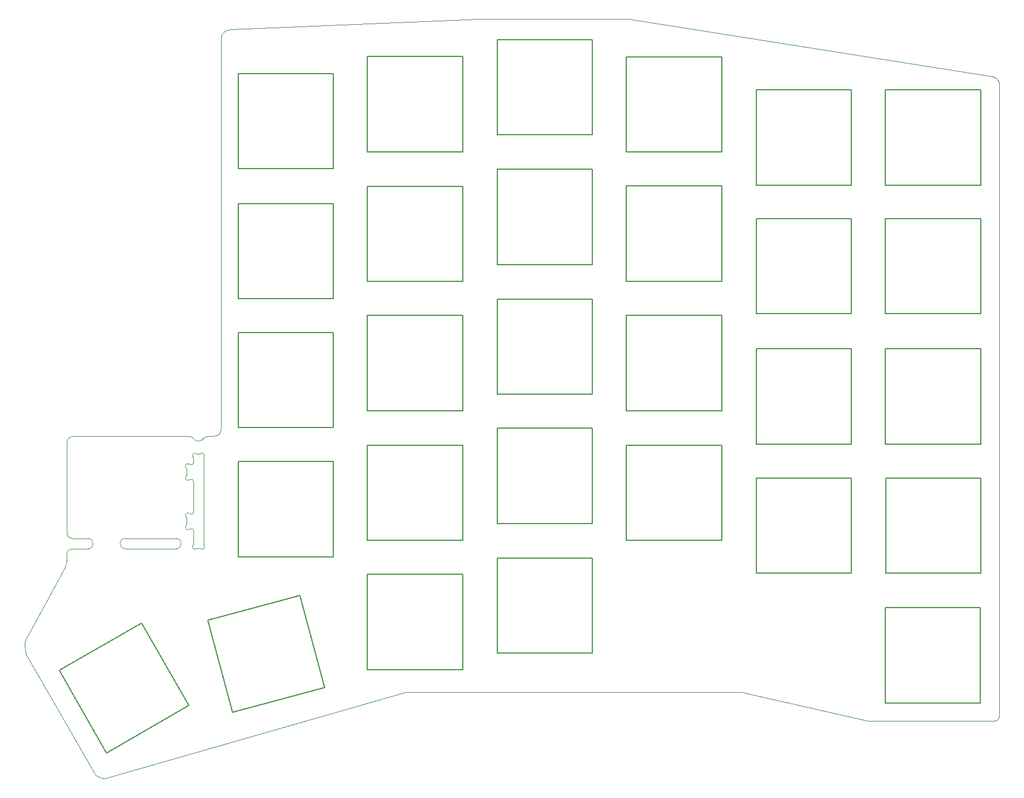
<source format=gm1>
G04 #@! TF.GenerationSoftware,KiCad,Pcbnew,(6.0.2-0)*
G04 #@! TF.CreationDate,2022-02-19T09:24:15+00:00*
G04 #@! TF.ProjectId,SofleKeyboardTopPlate,536f666c-654b-4657-9962-6f617264546f,rev?*
G04 #@! TF.SameCoordinates,Original*
G04 #@! TF.FileFunction,Profile,NP*
%FSLAX46Y46*%
G04 Gerber Fmt 4.6, Leading zero omitted, Abs format (unit mm)*
G04 Created by KiCad (PCBNEW (6.0.2-0)) date 2022-02-19 09:24:15*
%MOMM*%
%LPD*%
G01*
G04 APERTURE LIST*
G04 #@! TA.AperFunction,Profile*
%ADD10C,0.150000*%
G04 #@! TD*
G04 #@! TA.AperFunction,Profile*
%ADD11C,0.100000*%
G04 #@! TD*
G04 #@! TA.AperFunction,Profile*
%ADD12C,0.050000*%
G04 #@! TD*
G04 APERTURE END LIST*
D10*
X107267178Y-137407178D02*
X95142822Y-144407178D01*
X100267178Y-125282822D02*
X107267178Y-137407178D01*
X95142822Y-144407178D02*
X88142822Y-132282822D01*
X88142822Y-132282822D02*
X100267178Y-125282822D01*
D11*
X226278881Y-45442807D02*
X226365281Y-45623672D01*
X93545000Y-147645000D02*
X83295000Y-129845000D01*
X171945000Y-36445000D02*
X225470441Y-44890146D01*
X89270257Y-115845000D02*
X89195000Y-116495000D01*
X94345000Y-148095000D02*
X94895000Y-148195000D01*
X83145000Y-129345000D02*
X83095000Y-128745000D01*
X93895000Y-147945000D02*
X94345000Y-148095000D01*
X225672111Y-44941776D02*
X225856871Y-45026466D01*
X89195000Y-116495000D02*
X88995000Y-117095000D01*
X83095000Y-128745000D02*
X83095000Y-128345000D01*
X93545000Y-147645000D02*
X93895000Y-147945000D01*
X225470441Y-44890146D02*
X225672111Y-44941776D01*
X226419381Y-45819571D02*
X226438181Y-46026902D01*
X83195000Y-127845000D02*
X88995000Y-117095000D01*
X226365281Y-45623672D02*
X226419381Y-45819571D01*
X149995000Y-36445000D02*
X113395000Y-37900000D01*
X139149128Y-135445000D02*
X188495000Y-135445000D01*
X83295000Y-129845000D02*
X83145000Y-129345000D01*
X83095000Y-128345000D02*
X83195000Y-127845000D01*
X139149128Y-135445000D02*
X94895000Y-148195000D01*
X226021621Y-45140600D02*
X226163321Y-45280582D01*
X149995000Y-36445000D02*
X171945000Y-36445000D01*
X226163321Y-45280582D02*
X226278881Y-45442807D01*
X89275178Y-112000822D02*
X89300000Y-98800000D01*
X225856871Y-45026466D02*
X226021621Y-45140600D01*
X225865741Y-139704819D02*
X207105300Y-139704820D01*
X225865741Y-139704819D02*
G75*
G03*
X226439802Y-139135974I5080J568958D01*
G01*
X226438181Y-46026902D02*
X226439802Y-139135974D01*
D10*
X209686000Y-137049000D02*
X209686000Y-123049000D01*
X209686000Y-123049000D02*
X223686000Y-123049000D01*
X223686000Y-137049000D02*
X209686000Y-137049000D01*
D11*
X207105300Y-139704820D02*
X188495000Y-135445000D01*
D10*
X223686000Y-123049000D02*
X223686000Y-137049000D01*
X128495000Y-82545000D02*
X128495000Y-96545000D01*
X204695000Y-84945000D02*
X204695000Y-98945000D01*
X166595000Y-91635000D02*
X152595000Y-91635000D01*
X209695000Y-46845000D02*
X223695000Y-46845000D01*
X209745000Y-117945000D02*
X209745000Y-103945000D01*
X171595000Y-74985000D02*
X171595000Y-60985000D01*
X152595000Y-115735000D02*
X166595000Y-115735000D01*
X147495000Y-99145000D02*
X147495000Y-113145000D01*
D11*
X110204928Y-97800000D02*
G75*
G03*
X109411178Y-98108822I-12J-1174449D01*
G01*
D10*
X209695000Y-65745000D02*
X223695000Y-65745000D01*
D11*
X112095000Y-38700000D02*
X112295000Y-38400000D01*
D10*
X223745000Y-103945000D02*
X223745000Y-117945000D01*
X190695000Y-103945000D02*
X204695000Y-103945000D01*
D11*
X110995000Y-97800000D02*
G75*
G03*
X111995000Y-96800000I-3J1000003D01*
G01*
D10*
X127168214Y-134794747D02*
X113645253Y-138418214D01*
D11*
X90300000Y-97800000D02*
X107093428Y-97800000D01*
D10*
X185595000Y-60985000D02*
X185595000Y-74985000D01*
D11*
X97885928Y-112836822D02*
G75*
G03*
X97885928Y-114360822I0J-762000D01*
G01*
D10*
X133495000Y-118145000D02*
X147495000Y-118145000D01*
X223745000Y-117945000D02*
X209745000Y-117945000D01*
X147495000Y-132145000D02*
X133495000Y-132145000D01*
X123544747Y-121271786D02*
X127168214Y-134794747D01*
X185595000Y-99145000D02*
X185595000Y-113145000D01*
X147495000Y-41945000D02*
X147495000Y-55945000D01*
X190695000Y-117945000D02*
X190695000Y-103945000D01*
X152595000Y-39445000D02*
X166595000Y-39445000D01*
X114495000Y-115545000D02*
X114495000Y-101545000D01*
X171595000Y-80045000D02*
X185595000Y-80045000D01*
D11*
X92393178Y-114360822D02*
G75*
G03*
X92393178Y-112836822I0J762000D01*
G01*
D10*
X171595000Y-94045000D02*
X171595000Y-80045000D01*
X133495000Y-113145000D02*
X133495000Y-99145000D01*
X166595000Y-53445000D02*
X152595000Y-53445000D01*
X152595000Y-129735000D02*
X152595000Y-115735000D01*
D11*
X89270257Y-115845000D02*
X89267178Y-115202909D01*
D10*
X204695000Y-103945000D02*
X204695000Y-117945000D01*
D11*
X111995000Y-39045000D02*
X112095000Y-38700000D01*
D10*
X171595000Y-113145000D02*
X171595000Y-99145000D01*
D11*
X102807178Y-112836822D02*
X105347178Y-112836822D01*
D10*
X223695000Y-79745000D02*
X209695000Y-79745000D01*
X190695000Y-79745000D02*
X190695000Y-65745000D01*
X114495000Y-58445000D02*
X114495000Y-44445000D01*
X204695000Y-46845000D02*
X204695000Y-60845000D01*
X133495000Y-99145000D02*
X147495000Y-99145000D01*
X185595000Y-80045000D02*
X185595000Y-94045000D01*
D11*
X105347178Y-114360822D02*
G75*
G03*
X105347178Y-112836822I0J762000D01*
G01*
D10*
X133495000Y-75045000D02*
X133495000Y-61045000D01*
X204695000Y-98945000D02*
X190695000Y-98945000D01*
X110021786Y-124895253D02*
X123544747Y-121271786D01*
X171595000Y-60985000D02*
X185595000Y-60985000D01*
X166595000Y-96635000D02*
X166595000Y-110635000D01*
D11*
X107887178Y-98108822D02*
G75*
G03*
X107093428Y-97800000I-793762J-865688D01*
G01*
X107887178Y-98108822D02*
G75*
G03*
X109411178Y-98108822I762000J454851D01*
G01*
D10*
X128495000Y-77545000D02*
X114495000Y-77545000D01*
X128495000Y-115545000D02*
X114495000Y-115545000D01*
X185595000Y-113145000D02*
X171595000Y-113145000D01*
X223695000Y-84945000D02*
X223695000Y-98945000D01*
X209695000Y-98945000D02*
X209695000Y-84945000D01*
X166595000Y-129735000D02*
X152595000Y-129735000D01*
X223695000Y-65745000D02*
X223695000Y-79745000D01*
X223695000Y-98945000D02*
X209695000Y-98945000D01*
X133495000Y-80045000D02*
X147495000Y-80045000D01*
X147495000Y-61045000D02*
X147495000Y-75045000D01*
D11*
X90300000Y-97800000D02*
G75*
G03*
X89300000Y-98800000I3J-1000003D01*
G01*
D10*
X133495000Y-61045000D02*
X147495000Y-61045000D01*
X223695000Y-60845000D02*
X209695000Y-60845000D01*
D11*
X112295000Y-38400000D02*
X112495000Y-38200000D01*
D10*
X190695000Y-98945000D02*
X190695000Y-84945000D01*
X171595000Y-99145000D02*
X185595000Y-99145000D01*
X209695000Y-84945000D02*
X223695000Y-84945000D01*
X166595000Y-110635000D02*
X152595000Y-110635000D01*
X152595000Y-91635000D02*
X152595000Y-77635000D01*
X128495000Y-58445000D02*
X114495000Y-58445000D01*
D11*
X90107178Y-114360822D02*
G75*
G03*
X89267178Y-115202909I-1J-840002D01*
G01*
D10*
X147495000Y-75045000D02*
X133495000Y-75045000D01*
X128495000Y-101545000D02*
X128495000Y-115545000D01*
X147495000Y-118145000D02*
X147495000Y-132145000D01*
D11*
X105347178Y-114360822D02*
X102807178Y-114360822D01*
D10*
X152595000Y-77635000D02*
X166595000Y-77635000D01*
D11*
X112695000Y-38100000D02*
X112995000Y-38000000D01*
D10*
X190695000Y-65745000D02*
X204695000Y-65745000D01*
X171595000Y-41985000D02*
X185595000Y-41985000D01*
X128495000Y-96545000D02*
X114495000Y-96545000D01*
X152595000Y-110635000D02*
X152595000Y-96635000D01*
X166595000Y-77635000D02*
X166595000Y-91635000D01*
X128495000Y-63545000D02*
X128495000Y-77545000D01*
X133495000Y-41945000D02*
X147495000Y-41945000D01*
X147495000Y-94045000D02*
X133495000Y-94045000D01*
X114495000Y-101545000D02*
X128495000Y-101545000D01*
X152595000Y-96635000D02*
X166595000Y-96635000D01*
X152595000Y-53445000D02*
X152595000Y-39445000D01*
X147495000Y-55945000D02*
X133495000Y-55945000D01*
X204695000Y-60845000D02*
X190695000Y-60845000D01*
D11*
X102807178Y-114360822D02*
X97885928Y-114360822D01*
D10*
X128495000Y-44445000D02*
X128495000Y-58445000D01*
X133495000Y-94045000D02*
X133495000Y-80045000D01*
X113645253Y-138418214D02*
X110021786Y-124895253D01*
D11*
X92393178Y-114360822D02*
X90107178Y-114360822D01*
D10*
X147495000Y-80045000D02*
X147495000Y-94045000D01*
D11*
X111995000Y-96800000D02*
X111995000Y-39045000D01*
D10*
X114495000Y-44445000D02*
X128495000Y-44445000D01*
X190695000Y-60845000D02*
X190695000Y-46845000D01*
D11*
X97885928Y-112836822D02*
X102807178Y-112836822D01*
D10*
X185595000Y-74985000D02*
X171595000Y-74985000D01*
X204695000Y-117945000D02*
X190695000Y-117945000D01*
X133495000Y-55945000D02*
X133495000Y-41945000D01*
X166595000Y-58535000D02*
X166595000Y-72535000D01*
X114495000Y-82545000D02*
X128495000Y-82545000D01*
X166595000Y-115735000D02*
X166595000Y-129735000D01*
X204695000Y-79745000D02*
X190695000Y-79745000D01*
X114495000Y-77545000D02*
X114495000Y-63545000D01*
X114495000Y-96545000D02*
X114495000Y-82545000D01*
X185595000Y-41985000D02*
X185595000Y-55985000D01*
D11*
X112495000Y-38200000D02*
X112695000Y-38100000D01*
D10*
X152595000Y-58535000D02*
X166595000Y-58535000D01*
D11*
X110204928Y-97800000D02*
X110995000Y-97800000D01*
D10*
X190695000Y-46845000D02*
X204695000Y-46845000D01*
X114495000Y-63545000D02*
X128495000Y-63545000D01*
X185595000Y-94045000D02*
X171595000Y-94045000D01*
X147495000Y-113145000D02*
X133495000Y-113145000D01*
X223695000Y-46845000D02*
X223695000Y-60845000D01*
D11*
X90107178Y-112836822D02*
X92393178Y-112836822D01*
D10*
X209695000Y-79745000D02*
X209695000Y-65745000D01*
X166595000Y-39445000D02*
X166595000Y-53445000D01*
D11*
X112995000Y-38000000D02*
X113395000Y-37900000D01*
D10*
X166595000Y-72535000D02*
X152595000Y-72535000D01*
X185595000Y-55985000D02*
X171595000Y-55985000D01*
X190695000Y-84945000D02*
X204695000Y-84945000D01*
X171595000Y-55985000D02*
X171595000Y-41985000D01*
X209745000Y-103945000D02*
X223745000Y-103945000D01*
X209695000Y-60845000D02*
X209695000Y-46845000D01*
D11*
X89275178Y-112000822D02*
G75*
G03*
X90107178Y-112836822I836708J695D01*
G01*
D10*
X152595000Y-72535000D02*
X152595000Y-58535000D01*
X133495000Y-132145000D02*
X133495000Y-118145000D01*
X204695000Y-65745000D02*
X204695000Y-79745000D01*
D12*
X107905987Y-109012499D02*
X107905987Y-104362499D01*
X107905987Y-101762499D02*
X107905987Y-100962499D01*
X108456011Y-114312469D02*
X108855987Y-114312499D01*
X106855987Y-102512499D02*
X106855987Y-103612499D01*
X107705987Y-104162499D02*
X107405987Y-104162499D01*
X108455987Y-100412499D02*
X108855987Y-100412499D01*
X109405987Y-113762499D02*
X109405987Y-100962499D01*
X107705987Y-109212499D02*
X107405987Y-109212499D01*
X106855987Y-109762499D02*
X106855987Y-110862499D01*
X107705987Y-101962499D02*
X107405987Y-101962499D01*
X107905988Y-113762499D02*
X107905987Y-111612499D01*
X107705987Y-111412499D02*
X107405987Y-111412499D01*
X109405987Y-100962499D02*
G75*
G03*
X108855987Y-100412499I-250000J300000D01*
G01*
X107705987Y-101962499D02*
G75*
G03*
X107905987Y-101762499I-1J200001D01*
G01*
X106855987Y-110862499D02*
G75*
G03*
X107405987Y-111412499I250000J-300000D01*
G01*
X107905987Y-111612499D02*
G75*
G03*
X107705987Y-111412499I-200001J-1D01*
G01*
X108455987Y-100412499D02*
G75*
G03*
X107905987Y-100962499I-300000J-250000D01*
G01*
X107405987Y-109212499D02*
G75*
G03*
X106855987Y-109762499I-300000J-250000D01*
G01*
X107905988Y-113762499D02*
G75*
G03*
X108456011Y-114312469I249999J-300000D01*
G01*
X107905987Y-104362499D02*
G75*
G03*
X107705987Y-104162499I-200001J-1D01*
G01*
X107705987Y-109212499D02*
G75*
G03*
X107905987Y-109012499I-1J200001D01*
G01*
X108855987Y-114312499D02*
G75*
G03*
X109405987Y-113762499I300000J250000D01*
G01*
X106855987Y-103612499D02*
G75*
G03*
X107405987Y-104162499I250000J-300000D01*
G01*
X107405987Y-101962499D02*
G75*
G03*
X106855987Y-102512499I-300000J-250000D01*
G01*
M02*

</source>
